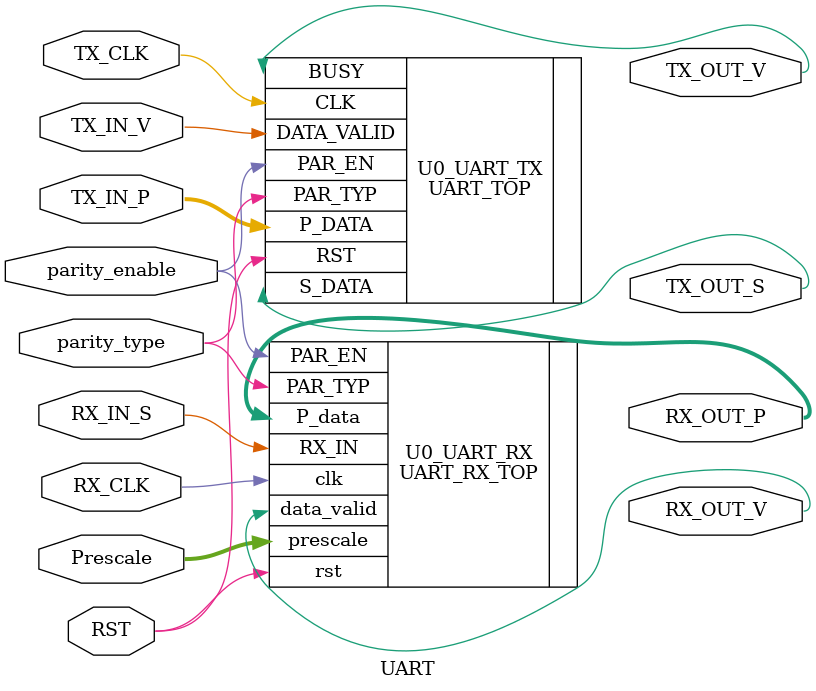
<source format=v>
module UART # ( parameter DATA_WIDTH = 8 , PRESCALE_WIDTH = 5 )

(
 input   wire                          RST,
 input   wire                          TX_CLK,
 input   wire                          RX_CLK,
 input   wire                          RX_IN_S,
 output  wire   [DATA_WIDTH-1:0]       RX_OUT_P, 
 output  wire                          RX_OUT_V,
 input   wire   [DATA_WIDTH-1:0]       TX_IN_P, 
 input   wire                          TX_IN_V, 
 output  wire                          TX_OUT_S,
 output  wire                          TX_OUT_V,  
 input   wire   [PRESCALE_WIDTH-1:0]   Prescale,
 input   wire                          parity_enable,
 input   wire                          parity_type
);


UART_TOP  U0_UART_TX (
.CLK(TX_CLK),
.RST(RST),
.P_DATA(TX_IN_P),
.DATA_VALID(TX_IN_V),
.PAR_EN(parity_enable),
.PAR_TYP(parity_type), 
.S_DATA(TX_OUT_S),
.BUSY(TX_OUT_V)
);
 
 
UART_RX_TOP U0_UART_RX (
.clk(RX_CLK),
.rst(RST),
.RX_IN(RX_IN_S),
.prescale(Prescale),
.PAR_EN(parity_enable),
.PAR_TYP(parity_type),
.P_data(RX_OUT_P), 
.data_valid(RX_OUT_V)
);

endmodule
</source>
